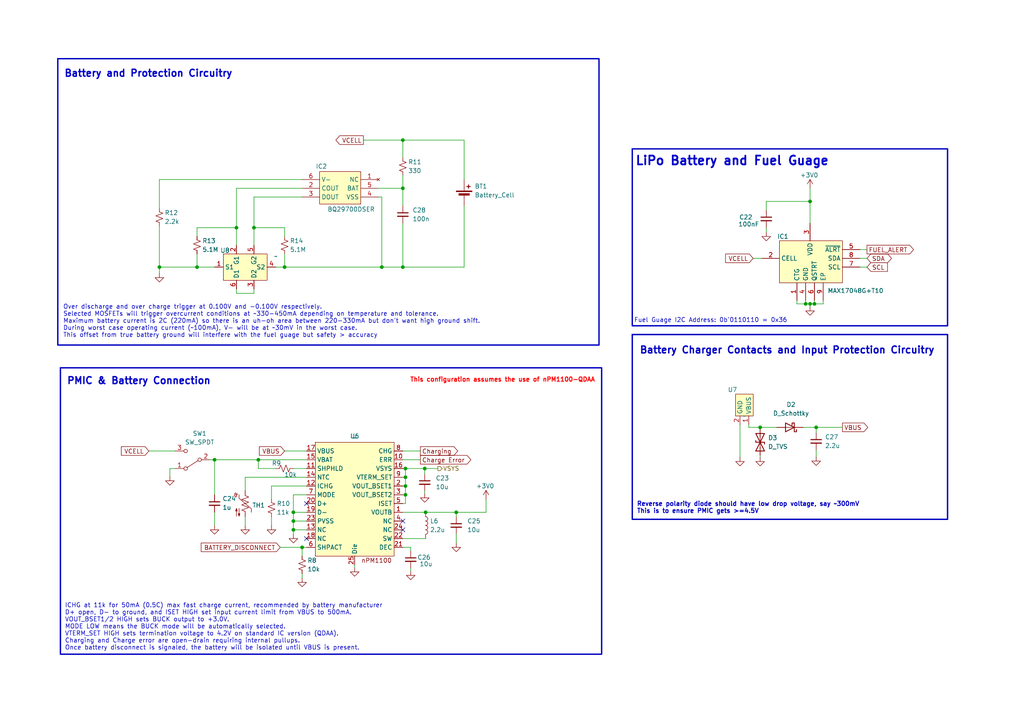
<source format=kicad_sch>
(kicad_sch (version 20231120) (generator "eeschema") (generator_version "8.0")
  (paper "A4")
  (lib_symbols
    (symbol "Device:Battery_Cell" (pin_numbers hide) (pin_names (offset 0) hide)
      (property "Reference" "BT" (at 2.54 2.54 0))
      (property "Value" "Battery_Cell" (at 2.54 0 0))
      (symbol "Battery_Cell_0_1"
        (rectangle (start -2.286 1.778) (end 2.286 1.524) (fill (type outline)))
        (rectangle (start -1.524 1.016) (end 1.524 0.508) (fill (type outline)))
        (polyline (pts (xy 0 0.762) (xy 0 0)))
        (polyline (pts (xy 0 1.778) (xy 0 2.54)))
        (polyline (pts (xy 0.762 3.048) (xy 1.778 3.048)) (stroke (width 0.254)))
        (polyline (pts (xy 1.27 3.556) (xy 1.27 2.54)) (stroke (width 0.254)))
      )
      (symbol "Battery_Cell_1_1"
        (pin passive line (at 0 5.08 270) (length 2.54) (name "+") (number "1"))
        (pin passive line (at 0 -2.54 90) (length 2.54) (name "-") (number "2"))
      )
    )
    (symbol "Device:C_Small" (pin_numbers hide) (pin_names (offset 0.254) hide)
      (property "Reference" "C" (at 0.254 1.778 0))
      (property "Value" "C_Small" (at 0.254 -2.032 0))
      (symbol "C_Small_0_1"
        (polyline (pts (xy -1.524 -0.508) (xy 1.524 -0.508)) (stroke (width 0.3302)))
        (polyline (pts (xy -1.524 0.508) (xy 1.524 0.508)) (stroke (width 0.3048)))
      )
      (symbol "C_Small_1_1"
        (pin passive line (at 0 2.54 270) (length 2.032) (name "~") (number "1"))
        (pin passive line (at 0 -2.54 90) (length 2.032) (name "~") (number "2"))
      )
    )
    (symbol "Device:D_Schottky" (pin_numbers hide) (pin_names (offset 1.016) hide)
      (property "Reference" "D" (at 0 2.54 0))
      (property "Value" "D_Schottky" (at 0 -2.54 0))
      (symbol "D_Schottky_0_1"
        (polyline (pts (xy 1.27 0) (xy -1.27 0)))
        (polyline (pts (xy 1.27 1.27) (xy 1.27 -1.27) (xy -1.27 0) (xy 1.27 1.27)) (stroke (width 0.254)))
        (polyline (pts (xy -1.905 0.635) (xy -1.905 1.27) (xy -1.27 1.27) (xy -1.27 -1.27) (xy -0.635 -1.27) (xy -0.635 -0.635)) (stroke (width 0.254)))
      )
      (symbol "D_Schottky_1_1"
        (pin passive line (at -3.81 0 0) (length 2.54) (name "K") (number "1"))
        (pin passive line (at 3.81 0 180) (length 2.54) (name "A") (number "2"))
      )
    )
    (symbol "Device:D_TVS" (pin_numbers hide) (pin_names (offset 1.016) hide)
      (property "Reference" "D" (at 0 2.54 0))
      (property "Value" "D_TVS" (at 0 -2.54 0))
      (symbol "D_TVS_0_1"
        (polyline (pts (xy 1.27 0) (xy -1.27 0)))
        (polyline (pts (xy 0.508 1.27) (xy 0 1.27) (xy 0 -1.27) (xy -0.508 -1.27)) (stroke (width 0.254)))
        (polyline (pts (xy -2.54 1.27) (xy -2.54 -1.27) (xy 2.54 1.27) (xy 2.54 -1.27) (xy -2.54 1.27)) (stroke (width 0.254)))
      )
      (symbol "D_TVS_1_1"
        (pin passive line (at -3.81 0 0) (length 2.54) (name "A1") (number "1"))
        (pin passive line (at 3.81 0 180) (length 2.54) (name "A2") (number "2"))
      )
    )
    (symbol "Device:L" (pin_numbers hide) (pin_names (offset 1.016) hide)
      (property "Reference" "L" (at -1.27 0 90))
      (property "Value" "L" (at 1.905 0 90))
      (symbol "L_0_1"
        (arc (start 0 -2.54) (mid 0.6323 -1.905) (end 0 -1.27))
        (arc (start 0 -1.27) (mid 0.6323 -0.635) (end 0 0))
        (arc (start 0 0) (mid 0.6323 0.635) (end 0 1.27))
        (arc (start 0 1.27) (mid 0.6323 1.905) (end 0 2.54))
      )
      (symbol "L_1_1"
        (pin passive line (at 0 3.81 270) (length 1.27) (name "1") (number "1"))
        (pin passive line (at 0 -3.81 90) (length 1.27) (name "2") (number "2"))
      )
    )
    (symbol "Device:R_Small_US" (pin_numbers hide) (pin_names (offset 0.254) hide)
      (property "Reference" "R" (at 0.762 0.508 0))
      (property "Value" "R_Small_US" (at 0.762 -1.016 0))
      (symbol "R_Small_US_1_1"
        (polyline (pts (xy 0 0) (xy 1.016 -0.381) (xy 0 -0.762) (xy -1.016 -1.143) (xy 0 -1.524)))
        (polyline (pts (xy 0 1.524) (xy 1.016 1.143) (xy 0 0.762) (xy -1.016 0.381) (xy 0 0)))
        (pin passive line (at 0 2.54 270) (length 1.016) (name "~") (number "1"))
        (pin passive line (at 0 -2.54 90) (length 1.016) (name "~") (number "2"))
      )
    )
    (symbol "Device:Thermistor_NTC_US" (pin_numbers hide) (pin_names (offset 0))
      (property "Reference" "TH" (at -4.445 0 90))
      (property "Value" "Thermistor_NTC_US" (at 3.175 0 90))
      (symbol "Thermistor_NTC_US_0_1"
        (arc (start -3.048 2.159) (mid -3.0495 2.3143) (end -3.175 2.413))
        (arc (start -3.048 2.159) (mid -2.9736 1.9794) (end -2.794 1.905))
        (arc (start -3.048 2.794) (mid -2.9736 2.6144) (end -2.794 2.54))
        (arc (start -2.794 1.905) (mid -2.6144 1.9794) (end -2.54 2.159))
        (arc (start -2.794 2.54) (mid -2.4393 2.5587) (end -2.159 2.794))
        (arc (start -2.794 3.048) (mid -2.9736 2.9736) (end -3.048 2.794))
        (arc (start -2.54 2.794) (mid -2.6144 2.9736) (end -2.794 3.048))
        (polyline (pts (xy -2.54 2.159) (xy -2.54 2.794)))
        (polyline (pts (xy 0 -2.286) (xy 0 -2.54)))
        (polyline (pts (xy 0 2.286) (xy 0 2.54)))
        (polyline (pts (xy -1.778 2.54) (xy -1.778 1.524) (xy 1.778 -1.524) (xy 1.778 -2.54)))
        (polyline (pts (xy 0 -0.762) (xy 1.016 -1.143) (xy 0 -1.524) (xy -1.016 -1.905) (xy 0 -2.286)))
        (polyline (pts (xy 0 0.762) (xy 1.016 0.381) (xy 0 0) (xy -1.016 -0.381) (xy 0 -0.762)))
        (polyline (pts (xy 0 2.286) (xy 1.016 1.905) (xy 0 1.524) (xy -1.016 1.143) (xy 0 0.762)))
        (polyline (pts (xy -2.54 -3.683) (xy -2.54 -1.397) (xy -2.794 -2.159) (xy -2.286 -2.159) (xy -2.54 -1.397) (xy -2.54 -1.651)) (fill (type outline)))
        (polyline (pts (xy -1.778 -1.397) (xy -1.778 -3.683) (xy -2.032 -2.921) (xy -1.524 -2.921) (xy -1.778 -3.683) (xy -1.778 -3.429)) (fill (type outline)))
      )
      (symbol "Thermistor_NTC_US_1_1"
        (pin passive line (at 0 3.81 270) (length 1.27) (name "~") (number "1"))
        (pin passive line (at 0 -3.81 90) (length 1.27) (name "~") (number "2"))
      )
    )
    (symbol "GeckoDevelopmentBoard:MAX17048G+T10"
      (property "Reference" "IC3" (at -7.62 6.35 0))
      (property "Value" "MAX17048G+T10" (at 13.208 -8.89 0))
      (symbol "MAX17048G+T10_1_1"
        (rectangle (start -8.89 5.08) (end 9.398 -7.112) (fill (type background)))
        (pin passive line (at -3.81 -12.192 90) (length 5.08) (name "CTG") (number "1"))
        (pin passive line (at -13.97 0 0) (length 5.08) (name "CELL") (number "2"))
        (pin passive line (at 0 10.16 270) (length 5.08) (name "VDD") (number "3"))
        (pin passive line (at -1.27 -12.192 90) (length 5.08) (name "GND") (number "4"))
        (pin passive line (at 14.478 2.54 180) (length 5.08) (name "~{ALRT}") (number "5"))
        (pin passive line (at 1.27 -12.192 90) (length 5.08) (name "QSTRT") (number "6"))
        (pin passive line (at 14.478 -2.54 180) (length 5.08) (name "SCL") (number "7"))
        (pin passive line (at 14.478 0 180) (length 5.08) (name "SDA") (number "8"))
        (pin passive line (at 3.81 -12.192 90) (length 5.08) (name "EP") (number "9"))
      )
    )
    (symbol "GeckoDevelopmentBoard:nPM1100"
      (property "Reference" "U6" (at 0 17.018 0))
      (property "Value" "~" (at 0 16.51 0))
      (symbol "nPM1100_1_1"
        (rectangle (start -11.43 15.24) (end 11.43 -17.78) (fill (type background)))
        (text "nPM1100" (at 6.35 -19.05 0) (effects (font (size 1.27 1.27))))
        (pin input line (at 13.97 -5.08 180) (length 2.54) (name "VOUTB") (number "1"))
        (pin input line (at 13.97 10.16 180) (length 2.54) (name "ERR") (number "10"))
        (pin input line (at -13.97 7.62 0) (length 2.54) (name "SHPHLD") (number "11"))
        (pin input line (at -13.97 2.54 0) (length 2.54) (name "ICHG") (number "12"))
        (pin input line (at -13.97 -10.16 0) (length 2.54) (name "NC") (number "13"))
        (pin input line (at -13.97 5.08 0) (length 2.54) (name "NTC") (number "14"))
        (pin input line (at -13.97 10.16 0) (length 2.54) (name "VBAT") (number "15"))
        (pin input line (at 13.97 7.62 180) (length 2.54) (name "VSYS") (number "16"))
        (pin input line (at -13.97 12.7 0) (length 2.54) (name "VBUS") (number "17"))
        (pin input line (at -13.97 -12.7 0) (length 2.54) (name "NC") (number "18"))
        (pin input line (at -13.97 -5.08 0) (length 2.54) (name "D-") (number "19"))
        (pin input line (at 13.97 2.54 180) (length 2.54) (name "VOUT_BSET1") (number "2"))
        (pin input line (at -13.97 -2.54 0) (length 2.54) (name "D+") (number "20"))
        (pin input line (at 13.97 -15.24 180) (length 2.54) (name "DEC") (number "21"))
        (pin input line (at 13.97 -12.7 180) (length 2.54) (name "SW") (number "22"))
        (pin input line (at -13.97 -7.62 0) (length 2.54) (name "PVSS") (number "23"))
        (pin input line (at 13.97 -10.16 180) (length 2.54) (name "NC") (number "24"))
        (pin input line (at 0 -20.32 90) (length 2.54) (name "Die") (number "25"))
        (pin input line (at 13.97 0 180) (length 2.54) (name "VOUT_BSET2") (number "3"))
        (pin input line (at 13.97 -7.62 180) (length 2.54) (name "NC") (number "4"))
        (pin input line (at 13.97 -2.54 180) (length 2.54) (name "ISET") (number "5"))
        (pin input line (at -13.97 -15.24 0) (length 2.54) (name "SHPACT") (number "6"))
        (pin input line (at -13.97 0 0) (length 2.54) (name "MODE") (number "7"))
        (pin input line (at 13.97 12.7 180) (length 2.54) (name "CHG") (number "8"))
        (pin input line (at 13.97 5.08 180) (length 2.54) (name "VTERM_SET") (number "9"))
      )
    )
    (symbol "GeckoSmartWatchV2-1:Charging_Pads"
      (property "Reference" "U" (at -3.81 0 0))
      (symbol "Charging_Pads_0_1"
        (rectangle (start 2.54 0) (end 2.54 0))
      )
      (symbol "Charging_Pads_1_1"
        (rectangle (start -2.54 0) (end 2.54 -6.35) (fill (type background)))
        (pin input line (at -1.27 2.54 270) (length 2.54) (name "VBUS") (number "1"))
        (pin input line (at 1.27 2.54 270) (length 2.54) (name "GND") (number "2"))
      )
    )
    (symbol "GeckoSmartWatch_V4_1:batMOS_SSM6N813R,LF"
      (property "Reference" "U" (at -5.842 4.826 0))
      (symbol "batMOS_SSM6N813R,LF_1_1"
        (rectangle (start -6.35 3.81) (end 6.35 -3.81) (fill (type background)))
        (pin input line (at -8.89 0 0) (length 2.54) (name "S1") (number "1"))
        (pin input line (at -2.54 6.35 270) (length 2.54) (name "G1") (number "2"))
        (pin input line (at 2.54 -6.35 90) (length 2.54) (name "D2") (number "3"))
        (pin input line (at 8.89 0 180) (length 2.54) (name "S2") (number "4"))
        (pin input line (at 2.54 6.35 270) (length 2.54) (name "G2") (number "5"))
        (pin input line (at -2.54 -6.35 90) (length 2.54) (name "D1") (number "6"))
      )
    )
    (symbol "SamacSys_Parts:BQ29700DSER"
      (property "Reference" "IC" (at -6.604 6.858 0))
      (property "Value" "BQ29700DSER" (at 1.27 -5.334 0))
      (symbol "BQ29700DSER_1_1"
        (rectangle (start -6.35 4.826) (end 5.588 -4.572) (fill (type background)))
        (pin no_connect line (at 10.668 2.54 180) (length 5.08) (name "NC") (number "1"))
        (pin passive line (at -11.43 0 0) (length 5.08) (name "COUT") (number "2"))
        (pin passive line (at -11.43 -2.54 0) (length 5.08) (name "DOUT") (number "3"))
        (pin passive line (at 10.668 -2.54 180) (length 5.08) (name "VSS") (number "4"))
        (pin passive line (at 10.668 0 180) (length 5.08) (name "BAT") (number "5"))
        (pin passive line (at -11.43 2.54 0) (length 5.08) (name "V-") (number "6"))
      )
    )
    (symbol "Switch:SW_SPDT" (pin_names (offset 0) hide)
      (property "Reference" "SW" (at 0 4.318 0))
      (property "Value" "SW_SPDT" (at 0 -5.08 0))
      (symbol "SW_SPDT_0_0"
        (circle (center -2.032 0) (radius 0.508))
        (circle (center 2.032 -2.54) (radius 0.508))
      )
      (symbol "SW_SPDT_0_1"
        (polyline (pts (xy -1.524 0.254) (xy 1.651 2.286)))
        (circle (center 2.032 2.54) (radius 0.508))
      )
      (symbol "SW_SPDT_1_1"
        (pin passive line (at 5.08 2.54 180) (length 2.54) (name "A") (number "1"))
        (pin passive line (at -5.08 0 0) (length 2.54) (name "B") (number "2"))
        (pin passive line (at 5.08 -2.54 180) (length 2.54) (name "C") (number "3"))
      )
    )
    (symbol "power:+3V0" (power) (pin_names (offset 0))
      (property "Value" "+3V0" (at 0 3.556 0))
      (symbol "+3V0_0_1"
        (polyline (pts (xy -0.762 1.27) (xy 0 2.54)))
        (polyline (pts (xy 0 0) (xy 0 2.54)))
        (polyline (pts (xy 0 2.54) (xy 0.762 1.27)))
      )
      (symbol "+3V0_1_1"
        (pin power_in line (at 0 0 90) (length 0) hide (name "+3V0") (number "1"))
      )
    )
    (symbol "power:GND" (power) (pin_names (offset 0))
      (property "Value" "GND" (at 0 -3.81 0))
      (symbol "GND_0_1"
        (polyline (pts (xy 0 0) (xy 0 -1.27) (xy 1.27 -1.27) (xy 0 -2.54) (xy -1.27 -1.27) (xy 0 -1.27)))
      )
      (symbol "GND_1_1"
        (pin power_in line (at 0 0 270) (length 0) hide (name "GND") (number "1"))
      )
    )
  )
  (junction (at 68.58 66.04))
  (junction (at 220.472 123.952))
  (junction (at 117.602 143.51))
  (junction (at 62.23 133.35))
  (junction (at 132.334 148.59))
  (junction (at 123.444 148.59))
  (junction (at 116.84 54.61))
  (junction (at 117.602 140.97))
  (junction (at 82.55 77.47))
  (junction (at 236.728 123.952))
  (junction (at 87.63 158.75))
  (junction (at 116.84 77.47))
  (junction (at 123.19 135.89))
  (junction (at 117.602 138.43))
  (junction (at 110.744 77.47))
  (junction (at 85.09 151.13))
  (junction (at 234.95 58.42))
  (junction (at 46.228 77.47))
  (junction (at 85.09 153.67))
  (junction (at 57.15 77.47))
  (junction (at 234.95 88.138))
  (junction (at 73.66 66.04))
  (junction (at 117.602 135.89))
  (junction (at 233.68 88.138))
  (junction (at 74.93 133.35))
  (junction (at 85.09 148.59))
  (junction (at 236.22 88.138))
  (junction (at 116.84 40.64))
  (no_connect (at 116.84 151.13))
  (no_connect (at 88.9 146.05))
  (no_connect (at 116.84 153.67))
  (no_connect (at 88.9 156.21))
  (wire (pts (xy 73.66 85.09) (xy 73.66 83.82)))
  (wire (pts (xy 46.228 52.07) (xy 87.63 52.07)))
  (wire (pts (xy 116.84 50.8) (xy 116.84 54.61)))
  (wire (pts (xy 82.55 73.66) (xy 82.55 77.47)))
  (wire (pts (xy 68.58 66.04) (xy 68.58 71.12)))
  (wire (pts (xy 140.97 144.78) (xy 140.97 148.59)))
  (wire (pts (xy 117.602 146.05) (xy 117.602 143.51)))
  (wire (pts (xy 222.25 66.04) (xy 222.25 67.31)))
  (wire (pts (xy 102.87 163.83) (xy 102.87 164.592)))
  (wire (pts (xy 85.09 151.13) (xy 85.09 153.67)))
  (wire (pts (xy 220.472 123.952) (xy 225.298 123.952)))
  (wire (pts (xy 134.62 40.64) (xy 116.84 40.64)))
  (wire (pts (xy 232.918 123.952) (xy 236.728 123.952)))
  (wire (pts (xy 249.428 72.39) (xy 251.46 72.39)))
  (wire (pts (xy 62.23 133.35) (xy 62.23 143.51)))
  (wire (pts (xy 220.472 132.08) (xy 220.472 132.588)))
  (wire (pts (xy 116.84 146.05) (xy 117.602 146.05)))
  (wire (pts (xy 49.276 135.89) (xy 50.8 135.89)))
  (wire (pts (xy 60.96 133.35) (xy 62.23 133.35)))
  (wire (pts (xy 85.09 153.67) (xy 88.9 153.67)))
  (wire (pts (xy 78.74 144.78) (xy 78.74 140.97)))
  (wire (pts (xy 85.09 153.67) (xy 85.09 154.94)))
  (wire (pts (xy 117.602 135.89) (xy 117.602 138.43)))
  (wire (pts (xy 117.602 140.97) (xy 117.602 138.43)))
  (wire (pts (xy 57.15 68.58) (xy 57.15 66.04)))
  (wire (pts (xy 87.63 161.29) (xy 87.63 158.75)))
  (wire (pts (xy 116.84 133.35) (xy 121.92 133.35)))
  (wire (pts (xy 57.15 77.47) (xy 62.23 77.47)))
  (wire (pts (xy 105.41 40.64) (xy 116.84 40.64)))
  (wire (pts (xy 116.84 140.97) (xy 117.602 140.97)))
  (wire (pts (xy 46.228 79.248) (xy 46.228 77.47)))
  (wire (pts (xy 117.602 143.51) (xy 117.602 140.97)))
  (wire (pts (xy 85.09 151.13) (xy 88.9 151.13)))
  (wire (pts (xy 117.602 138.43) (xy 116.84 138.43)))
  (wire (pts (xy 82.55 66.04) (xy 73.66 66.04)))
  (wire (pts (xy 116.84 40.64) (xy 116.84 45.72)))
  (wire (pts (xy 236.728 123.952) (xy 236.728 125.476)))
  (wire (pts (xy 46.228 65.532) (xy 46.228 77.47)))
  (wire (pts (xy 85.09 143.51) (xy 88.9 143.51)))
  (wire (pts (xy 238.76 88.138) (xy 238.76 87.122)))
  (wire (pts (xy 123.444 148.59) (xy 132.334 148.59)))
  (wire (pts (xy 87.63 57.15) (xy 73.66 57.15)))
  (wire (pts (xy 217.17 123.952) (xy 220.472 123.952)))
  (wire (pts (xy 110.744 77.47) (xy 116.84 77.47)))
  (wire (pts (xy 233.68 87.122) (xy 233.68 88.138)))
  (wire (pts (xy 236.728 123.952) (xy 244.348 123.952)))
  (wire (pts (xy 132.334 154.94) (xy 132.334 157.48)))
  (wire (pts (xy 119.126 164.846) (xy 119.126 165.608)))
  (wire (pts (xy 73.66 66.04) (xy 73.66 71.12)))
  (wire (pts (xy 217.17 123.19) (xy 217.17 123.952)))
  (wire (pts (xy 249.428 74.93) (xy 251.46 74.93)))
  (wire (pts (xy 57.15 73.66) (xy 57.15 77.47)))
  (wire (pts (xy 82.55 130.81) (xy 88.9 130.81)))
  (wire (pts (xy 110.744 57.15) (xy 109.728 57.15)))
  (wire (pts (xy 132.334 148.59) (xy 140.97 148.59)))
  (wire (pts (xy 234.95 88.138) (xy 236.22 88.138)))
  (wire (pts (xy 231.14 87.122) (xy 231.14 88.138)))
  (wire (pts (xy 109.728 54.61) (xy 116.84 54.61)))
  (wire (pts (xy 123.19 142.494) (xy 123.19 143.129)))
  (wire (pts (xy 71.12 149.86) (xy 71.12 152.4)))
  (wire (pts (xy 74.93 135.89) (xy 74.93 133.35)))
  (wire (pts (xy 71.12 138.43) (xy 88.9 138.43)))
  (wire (pts (xy 43.18 130.81) (xy 50.8 130.81)))
  (wire (pts (xy 57.15 66.04) (xy 68.58 66.04)))
  (wire (pts (xy 234.95 88.138) (xy 234.95 88.9)))
  (wire (pts (xy 116.84 130.81) (xy 121.92 130.81)))
  (wire (pts (xy 46.228 77.47) (xy 57.15 77.47)))
  (wire (pts (xy 116.84 143.51) (xy 117.602 143.51)))
  (wire (pts (xy 222.25 58.42) (xy 222.25 60.96)))
  (wire (pts (xy 116.84 64.77) (xy 116.84 77.47)))
  (wire (pts (xy 116.84 54.61) (xy 116.84 59.69)))
  (wire (pts (xy 116.84 135.89) (xy 117.602 135.89)))
  (wire (pts (xy 62.23 133.35) (xy 74.93 133.35)))
  (wire (pts (xy 87.63 166.37) (xy 87.63 167.64)))
  (wire (pts (xy 82.55 68.58) (xy 82.55 66.04)))
  (wire (pts (xy 116.84 148.59) (xy 123.444 148.59)))
  (wire (pts (xy 68.58 54.61) (xy 68.58 66.04)))
  (wire (pts (xy 73.66 57.15) (xy 73.66 66.04)))
  (wire (pts (xy 116.84 156.21) (xy 123.444 156.21)))
  (wire (pts (xy 87.63 158.75) (xy 88.9 158.75)))
  (wire (pts (xy 220.472 123.952) (xy 220.472 124.46)))
  (wire (pts (xy 236.22 87.122) (xy 236.22 88.138)))
  (wire (pts (xy 87.63 54.61) (xy 68.58 54.61)))
  (wire (pts (xy 134.62 59.69) (xy 134.62 77.47)))
  (wire (pts (xy 119.126 158.75) (xy 119.126 159.766)))
  (wire (pts (xy 71.12 138.43) (xy 71.12 142.24)))
  (wire (pts (xy 80.01 135.89) (xy 74.93 135.89)))
  (wire (pts (xy 233.68 88.138) (xy 234.95 88.138)))
  (wire (pts (xy 85.09 143.51) (xy 85.09 148.59)))
  (wire (pts (xy 46.228 60.452) (xy 46.228 52.07)))
  (wire (pts (xy 68.58 85.09) (xy 73.66 85.09)))
  (wire (pts (xy 80.01 77.47) (xy 82.55 77.47)))
  (wire (pts (xy 236.22 88.138) (xy 238.76 88.138)))
  (wire (pts (xy 218.44 74.93) (xy 220.98 74.93)))
  (wire (pts (xy 234.95 54.61) (xy 234.95 58.42)))
  (wire (pts (xy 214.63 123.19) (xy 214.63 132.588)))
  (wire (pts (xy 116.84 158.75) (xy 119.126 158.75)))
  (wire (pts (xy 110.744 77.47) (xy 110.744 57.15)))
  (wire (pts (xy 231.14 88.138) (xy 233.68 88.138)))
  (wire (pts (xy 62.23 148.59) (xy 62.23 152.4)))
  (wire (pts (xy 78.74 140.97) (xy 88.9 140.97)))
  (wire (pts (xy 74.93 133.35) (xy 88.9 133.35)))
  (wire (pts (xy 123.19 135.89) (xy 123.19 137.414)))
  (wire (pts (xy 82.55 77.47) (xy 110.744 77.47)))
  (wire (pts (xy 81.28 158.75) (xy 87.63 158.75)))
  (wire (pts (xy 68.58 83.82) (xy 68.58 85.09)))
  (wire (pts (xy 236.728 130.556) (xy 236.728 132.461)))
  (wire (pts (xy 85.09 135.89) (xy 88.9 135.89)))
  (wire (pts (xy 85.09 148.59) (xy 88.9 148.59)))
  (wire (pts (xy 134.62 77.47) (xy 116.84 77.47)))
  (wire (pts (xy 49.276 138.176) (xy 49.276 135.89)))
  (wire (pts (xy 117.602 135.89) (xy 123.19 135.89)))
  (wire (pts (xy 132.334 149.86) (xy 132.334 148.59)))
  (wire (pts (xy 127 135.89) (xy 123.19 135.89)))
  (wire (pts (xy 85.09 148.59) (xy 85.09 151.13)))
  (wire (pts (xy 234.95 58.42) (xy 222.25 58.42)))
  (wire (pts (xy 78.74 149.86) (xy 78.74 152.4)))
  (wire (pts (xy 134.62 52.07) (xy 134.62 40.64)))
  (wire (pts (xy 249.428 77.47) (xy 251.46 77.47)))
  (wire (pts (xy 234.95 58.42) (xy 234.95 64.77)))
  (rectangle (start 183.388 97.028) (end 274.828 150.622) (stroke (width 0.4)))
  (rectangle (start 183.388 43.18) (end 274.828 94.488) (stroke (width 0.4)))
  (rectangle (start 16.764 17.018) (end 173.736 100.076) (stroke (width 0.4)))
  (rectangle (start 17.526 106.68) (end 174.498 189.738) (stroke (width 0.4)))
  (text "Battery and Protection Circuitry\n" (at 18.542 22.606 0) (effects (font (size 2 2) (bold yes)) (justify left bottom)))
  (text "Reverse polarity diode should have low drop voltage, say ~300mV\nThis is to ensure PMIC gets >=4.5V" (at 184.658 149.098 0) (effects (font (size 1.27 1.27) (bold yes)) (justify left bottom)))
  (text "Over discharge and over charge trigger at 0.100V and -0.100V respectively.\nSelected MOSFETs will trigger overcurrent conditions at ~330-450mA depending on temperature and tolerance.\nMaximum battery current is 2C (220mA) so there is an uh-oh area between 220-330mA but don't want high ground shift. \nDuring worst case operating current (~100mA), V- will be at ~30mV in the worst case.\nThis offset from true battery ground will interfere with the fuel guage but safety > accuracy" (at 18.288 98.044 0) (effects (font (size 1.27 1.27)) (justify left bottom)))
  (text "This configuration assumes the use of nPM1100-QDAA" (at 118.872 110.998 0) (effects (font (size 1.27 1.27) (thickness 0.254) (bold yes)) (justify left bottom)))
  (text "Battery Charger Contacts and Input Protection Circuitry" (at 185.42 102.87 0) (effects (font (size 2 2) (bold yes)) (justify left bottom)))
  (text "LiPo Battery and Fuel Guage" (at 184.15 48.26 0) (effects (font (size 2.54 2.54) (thickness 0.508) (bold yes)) (justify left bottom)))
  (text "Fuel Guage I2C Address: 0b'0110110 = 0x36" (at 183.896 93.726 0) (effects (font (size 1.27 1.27)) (justify left bottom)))
  (text "PMIC & Battery Connection" (at 19.304 111.76 0) (effects (font (size 2 2) (bold yes)) (justify left bottom)))
  (text "ICHG at 11k for 50mA (0.5C) max fast charge current, recommended by battery manufacturer\nD+ open, D- to ground, and ISET HIGH set input current limit from VBUS to 500mA.\nVOUT_BSET1/2 HIGH sets BUCK output to +3.0V.\nMODE LOW means the BUCK mode will be automatically selected.\nVTERM_SET HIGH sets termination voltage to 4.2V on standard IC version (QDAA).\nCharging and Charge error are open-drain requiring internal pullups.\nOnce battery disconnect is signaled, the battery will be isolated until VBUS is present." (at 18.796 188.722 0) (effects (font (size 1.27 1.27)) (justify left bottom)))
  (global_label "VBUS" (shape input) (at 82.55 130.81 180) (property "Intersheetrefs" "${INTERSHEET_REFS}" (effects (hide yes))))
  (global_label "Charging" (shape output) (at 121.92 130.81 0) (property "Intersheetrefs" "${INTERSHEET_REFS}" (effects (hide yes))))
  (global_label "Charge Error" (shape output) (at 121.92 133.35 0) (property "Intersheetrefs" "${INTERSHEET_REFS}" (effects (hide yes))))
  (global_label "BATTERY_DISCONNECT" (shape input) (at 81.28 158.75 180) (property "Intersheetrefs" "${INTERSHEET_REFS}" (effects (hide yes))))
  (global_label "VCELL" (shape input) (at 218.44 74.93 180) (property "Intersheetrefs" "${INTERSHEET_REFS}" (effects (hide yes))))
  (global_label "SDA" (shape bidirectional) (at 251.46 74.93 0) (property "Intersheetrefs" "${INTERSHEET_REFS}" (effects (hide yes))))
  (global_label "SCL" (shape input) (at 251.46 77.47 0) (property "Intersheetrefs" "${INTERSHEET_REFS}" (effects (hide yes))))
  (global_label "VCELL" (shape output) (at 105.41 40.64 180) (property "Intersheetrefs" "${INTERSHEET_REFS}" (effects (hide yes))))
  (global_label "VCELL" (shape input) (at 43.18 130.81 180) (property "Intersheetrefs" "${INTERSHEET_REFS}" (effects (hide yes))))
  (global_label "FUEL_ALERT" (shape output) (at 251.46 72.39 0) (property "Intersheetrefs" "${INTERSHEET_REFS}" (effects (hide yes))))
  (global_label "VBUS" (shape output) (at 244.348 123.952 0) (property "Intersheetrefs" "${INTERSHEET_REFS}" (effects (hide yes))))
  (hierarchical_label "VSYS" (shape output) (at 127 135.89 0))
  (symbol (lib_id "Switch:SW_SPDT") (at 55.88 133.35 180) (unit 1)
    (property "Reference" "SW1" (at 57.912 125.73 0))
    (property "Value" "SW_SPDT" (at 57.912 128.27 0))
    (property "Footprint" "GeckoSmartWatch_V4_1:pwrSW_B-TYPE" (effects (hide yes)))
  )
  (symbol (lib_id "GeckoDevelopmentBoard:MAX17048G+T10") (at 234.95 74.93 0) (unit 1)
    (property "Reference" "IC1" (at 227.076 68.58 0))
    (property "Value" "MAX17048G+T10" (at 248.158 84.328 0))
    (property "Footprint" "GeckoSmartWatch_V4_1:MAX17048_fuelGuague" (effects (hide yes)))
    (property "Datasheet" "https://www.analog.com/MAX17048/datasheet" (effects (hide yes)))
    (property "Height" "0.8" (effects (hide yes)))
    (property "Mouser Part Number" "700-MAX17048G+T10" (effects (hide yes)))
    (property "Mouser Price/Stock" "https://www.mouser.co.uk/ProductDetail/Analog-Devices-Maxim-Integrated/MAX17048G%2bT10?qs=D7PJwyCwLAoGnnn8jEPRBQ%3D%3D" (effects (hide yes)))
    (property "Manufacturer_Name" "Analog Devices" (effects (hide yes)))
    (property "Manufacturer_Part_Number" "MAX17048G+T10" (effects (hide yes)))
  )
  (symbol (lib_id "power:GND") (at 49.276 138.176 0) (unit 1)
    (property "Reference" "#PWR035" (effects (hide yes)))
    (property "Value" "GND" (effects (hide yes)))
  )
  (symbol (lib_id "power:GND") (at 132.334 157.48 0) (unit 1)
    (property "Reference" "#PWR041" (effects (hide yes)))
    (property "Value" "GND" (effects (hide yes)))
  )
  (symbol (lib_id "power:GND") (at 234.95 88.9 0) (unit 1)
    (property "Reference" "#PWR034" (effects (hide yes)))
    (property "Value" "GND" (effects (hide yes)))
  )
  (symbol (lib_id "power:GND") (at 71.12 152.4 0) (unit 1)
    (property "Reference" "#PWR039" (effects (hide yes)))
    (property "Value" "GND" (effects (hide yes)))
  )
  (symbol (lib_id "GeckoDevelopmentBoard:nPM1100") (at 102.87 143.51 0) (unit 1)
    (property "Reference" "U6" (at 102.87 126.492 0))
    (property "Value" "~" (at 102.87 127 0))
    (property "Footprint" "GeckoSmartWatch_V4_1:nPM1100_QFN50P400X400X90-25N-D" (effects (hide yes)))
  )
  (symbol (lib_id "Device:R_Small_US") (at 46.228 62.992 0) (unit 1)
    (property "Reference" "R12" (at 47.752 61.722 0) (effects (justify left)))
    (property "Value" "2.2k" (at 47.752 64.262 0) (effects (justify left)))
    (property "Footprint" "Resistor_SMD:R_0402_1005Metric" (effects (hide yes)))
  )
  (symbol (lib_id "Device:C_Small") (at 123.19 139.954 0) (unit 1)
    (property "Reference" "C23" (at 126.365 138.6903 0) (effects (justify left)))
    (property "Value" "10u" (at 126.365 141.2303 0) (effects (justify left)))
    (property "Footprint" "Capacitor_SMD:C_0402_1005Metric" (effects (hide yes)))
  )
  (symbol (lib_id "power:GND") (at 87.63 167.64 0) (unit 1)
    (property "Reference" "#PWR051" (effects (hide yes)))
    (property "Value" "GND" (effects (hide yes)))
  )
  (symbol (lib_id "power:GND") (at 85.09 154.94 0) (unit 1)
    (property "Reference" "#PWR042" (effects (hide yes)))
    (property "Value" "GND" (effects (hide yes)))
  )
  (symbol (lib_id "power:GND") (at 220.472 132.588 0) (unit 1)
    (property "Reference" "#PWR047" (effects (hide yes)))
    (property "Value" "GND" (effects (hide yes)))
  )
  (symbol (lib_id "GeckoSmartWatch_V4_1:batMOS_SSM6N813R,LF") (at 71.12 77.47 0) (unit 1)
    (property "Reference" "U8" (at 65.278 72.644 0))
    (property "Value" "~" (at 80.01 74.3265 0))
    (property "Footprint" "GeckoSmartWatch_V4_1:batMOS_SOTFL95P280X88-6N" (effects (hide yes)))
  )
  (symbol (lib_id "Device:R_Small_US") (at 82.55 135.89 90) (unit 1)
    (property "Reference" "R9" (at 81.534 134.366 90) (effects (justify left)))
    (property "Value" "10k" (at 86.106 137.668 90) (effects (justify left)))
    (property "Footprint" "Resistor_SMD:R_0402_1005Metric" (effects (hide yes)))
  )
  (symbol (lib_id "Device:C_Small") (at 116.84 62.23 0) (unit 1)
    (property "Reference" "C28" (at 119.634 60.9663 0) (effects (justify left)))
    (property "Value" "100n" (at 119.634 63.5063 0) (effects (justify left)))
    (property "Footprint" "Capacitor_SMD:C_0402_1005Metric" (effects (hide yes)))
  )
  (symbol (lib_id "power:GND") (at 123.19 143.129 0) (unit 1)
    (property "Reference" "#PWR036" (effects (hide yes)))
    (property "Value" "GND" (effects (hide yes)))
  )
  (symbol (lib_id "Device:R_Small_US") (at 87.63 163.83 0) (unit 1)
    (property "Reference" "R8" (at 89.154 162.56 0) (effects (justify left)))
    (property "Value" "10k" (at 89.154 165.1 0) (effects (justify left)))
    (property "Footprint" "Resistor_SMD:R_0402_1005Metric" (effects (hide yes)))
  )
  (symbol (lib_id "Device:R_Small_US") (at 116.84 48.26 0) (unit 1)
    (property "Reference" "R11" (at 118.364 46.99 0) (effects (justify left)))
    (property "Value" "330" (at 118.364 49.53 0) (effects (justify left)))
    (property "Footprint" "Resistor_SMD:R_0402_1005Metric" (effects (hide yes)))
  )
  (symbol (lib_id "Device:C_Small") (at 236.728 128.016 0) (unit 1)
    (property "Reference" "C27" (at 239.268 126.7523 0) (effects (justify left)))
    (property "Value" "2.2u" (at 239.268 129.2923 0) (effects (justify left)))
    (property "Footprint" "Capacitor_SMD:C_0402_1005Metric" (effects (hide yes)))
  )
  (symbol (lib_id "Device:Battery_Cell") (at 134.62 57.15 0) (unit 1)
    (property "Reference" "BT1" (at 137.668 54.0385 0) (effects (justify left)))
    (property "Value" "Battery_Cell" (at 137.668 56.5785 0) (effects (justify left)))
    (property "Footprint" "GeckoSmartWatch_V4_1:RJD2430C1ST1" (effects (hide yes)))
  )
  (symbol (lib_id "power:GND") (at 222.25 67.31 0) (unit 1)
    (property "Reference" "#PWR032" (effects (hide yes)))
    (property "Value" "GND" (effects (hide yes)))
  )
  (symbol (lib_id "power:GND") (at 62.23 152.4 0) (unit 1)
    (property "Reference" "#PWR038" (effects (hide yes)))
    (property "Value" "GND" (effects (hide yes)))
  )
  (symbol (lib_id "power:GND") (at 102.87 164.592 0) (unit 1)
    (property "Reference" "#PWR043" (effects (hide yes)))
    (property "Value" "GND" (effects (hide yes)))
  )
  (symbol (lib_id "Device:R_Small_US") (at 82.55 71.12 0) (unit 1)
    (property "Reference" "R14" (at 84.074 69.85 0) (effects (justify left)))
    (property "Value" "5.1M" (at 84.074 72.39 0) (effects (justify left)))
    (property "Footprint" "Resistor_SMD:R_0402_1005Metric" (effects (hide yes)))
  )
  (symbol (lib_id "power:GND") (at 119.126 165.608 0) (unit 1)
    (property "Reference" "#PWR044" (effects (hide yes)))
    (property "Value" "GND" (effects (hide yes)))
  )
  (symbol (lib_id "Device:C_Small") (at 62.23 146.05 0) (unit 1)
    (property "Reference" "C24" (at 64.516 144.653 0) (effects (justify left)))
    (property "Value" "1u" (at 64.516 147.193 0) (effects (justify left)))
    (property "Footprint" "Capacitor_SMD:C_0402_1005Metric" (effects (hide yes)))
  )
  (symbol (lib_id "SamacSys_Parts:BQ29700DSER") (at 99.06 54.61 0) (unit 1)
    (property "Reference" "IC2" (at 93.218 48.26 0))
    (property "Value" "BQ29700DSER" (at 101.854 60.706 0))
    (property "Footprint" "GeckoSmartWatch_V4_1:batProtect_SON50P150X150X80-6N" (effects (hide yes)))
    (property "Datasheet" "http://www.ti.com/lit/ds/symlink/bq2971.pdf" (effects (hide yes)))
    (property "Height" "0.8" (effects (hide yes)))
    (property "Mouser Part Number" "595-BQ29700DSER" (effects (hide yes)))
    (property "Mouser Price/Stock" "https://www.mouser.co.uk/ProductDetail/Texas-Instruments/BQ29700DSER?qs=%2Fd%252BFzHvH4c3zNh7Hkm%2Fvbw%3D%3D" (effects (hide yes)))
    (property "Manufacturer_Name" "Texas Instruments" (effects (hide yes)))
    (property "Manufacturer_Part_Number" "BQ29700DSER" (effects (hide yes)))
  )
  (symbol (lib_id "Device:L") (at 123.444 152.4 0) (unit 1)
    (property "Reference" "L6" (at 124.714 151.13 0) (effects (justify left)))
    (property "Value" "2.2u" (at 124.714 153.67 0) (effects (justify left)))
    (property "Footprint" "Inductor_SMD:L_0402_1005Metric" (effects (hide yes)))
  )
  (symbol (lib_id "power:GND") (at 46.228 79.248 0) (unit 1)
    (property "Reference" "#PWR048" (effects (hide yes)))
    (property "Value" "GND" (effects (hide yes)))
  )
  (symbol (lib_id "Device:D_Schottky") (at 229.108 123.952 180) (unit 1)
    (property "Reference" "D2" (at 229.4255 117.348 0))
    (property "Value" "D_Schottky" (at 229.4255 119.888 0))
    (property "Footprint" "GeckoSmartWatch_V4_1:reversePolarity_SODFL3616X98N" (effects (hide yes)))
  )
  (symbol (lib_id "power:GND") (at 236.728 132.461 0) (unit 1)
    (property "Reference" "#PWR045" (effects (hide yes)))
    (property "Value" "GND" (effects (hide yes)))
  )
  (symbol (lib_id "GeckoSmartWatchV2-1:Charging_Pads") (at 215.9 120.65 180) (unit 1)
    (property "Reference" "U7" (at 211.074 113.03 0) (effects (justify right)))
    (property "Value" "~" (at 215.9 120.65 0))
    (property "Footprint" "GeckoSmartWatch_V4_1:chargeContacts_RHDR2W51P0X254_1X2_508X254X419P" (effects (hide yes)))
  )
  (symbol (lib_id "power:+3V0") (at 140.97 144.78 0) (unit 1)
    (property "Reference" "#PWR037" (effects (hide yes)))
    (property "Value" "+3V0" (at 140.716 140.97 0))
  )
  (symbol (lib_id "Device:C_Small") (at 119.126 162.306 0) (unit 1)
    (property "Reference" "C26" (at 121.031 161.671 0) (effects (justify left)))
    (property "Value" "10u" (at 121.666 163.576 0) (effects (justify left)))
    (property "Footprint" "Capacitor_SMD:C_0402_1005Metric" (effects (hide yes)))
  )
  (symbol (lib_id "power:GND") (at 78.74 152.4 0) (unit 1)
    (property "Reference" "#PWR040" (effects (hide yes)))
    (property "Value" "GND" (effects (hide yes)))
  )
  (symbol (lib_id "Device:Thermistor_NTC_US") (at 71.12 146.05 0) (unit 1)
    (property "Reference" "TH1" (at 73.152 146.558 0) (effects (justify left)))
    (property "Value" "Thermistor_NTC_US" (effects (hide yes)))
    (property "Footprint" "Resistor_SMD:R_0402_1005Metric" (effects (hide yes)))
    (property "Description" "Temperature dependent resistor, negative temperature coefficient, US symbol" (effects (hide yes)))
  )
  (symbol (lib_id "Device:R_Small_US") (at 78.74 147.32 0) (unit 1)
    (property "Reference" "R10" (at 80.264 146.05 0) (effects (justify left)))
    (property "Value" "11k" (at 80.264 148.59 0) (effects (justify left)))
    (property "Footprint" "Resistor_SMD:R_0402_1005Metric" (effects (hide yes)))
  )
  (symbol (lib_id "Device:C_Small") (at 132.334 152.4 0) (unit 1)
    (property "Reference" "C25" (at 135.509 151.1363 0) (effects (justify left)))
    (property "Value" "10u" (at 135.509 153.6763 0) (effects (justify left)))
    (property "Footprint" "Capacitor_SMD:C_0402_1005Metric" (effects (hide yes)))
  )
  (symbol (lib_id "Device:R_Small_US") (at 57.15 71.12 0) (unit 1)
    (property "Reference" "R13" (at 58.674 69.85 0) (effects (justify left)))
    (property "Value" "5.1M" (at 58.674 72.39 0) (effects (justify left)))
    (property "Footprint" "Resistor_SMD:R_0402_1005Metric" (effects (hide yes)))
  )
  (symbol (lib_id "power:GND") (at 214.63 132.588 0) (unit 1)
    (property "Reference" "#PWR046" (effects (hide yes)))
    (property "Value" "GND" (effects (hide yes)))
  )
  (symbol (lib_id "power:+3V0") (at 234.95 54.61 0) (unit 1)
    (property "Reference" "#PWR031" (effects (hide yes)))
    (property "Value" "+3V0" (at 234.696 50.8 0))
  )
  (symbol (lib_id "Device:D_TVS") (at 220.472 128.27 90) (unit 1)
    (property "Reference" "D3" (at 222.758 127 90) (effects (justify right)))
    (property "Value" "D_TVS" (at 222.758 129.54 90) (effects (justify right)))
    (property "Footprint" "GeckoSmartWatch_V4_1:TVS_SOD2513X120N" (effects (hide yes)))
  )
  (symbol (lib_id "Device:C_Small") (at 222.25 63.5 0) (unit 1)
    (property "Reference" "C22" (at 214.376 62.992 0) (effects (justify left)))
    (property "Value" "100nF" (at 214.122 65.024 0) (effects (justify left)))
    (property "Footprint" "Capacitor_SMD:C_0402_1005Metric" (effects (hide yes)))
  )
)
</source>
